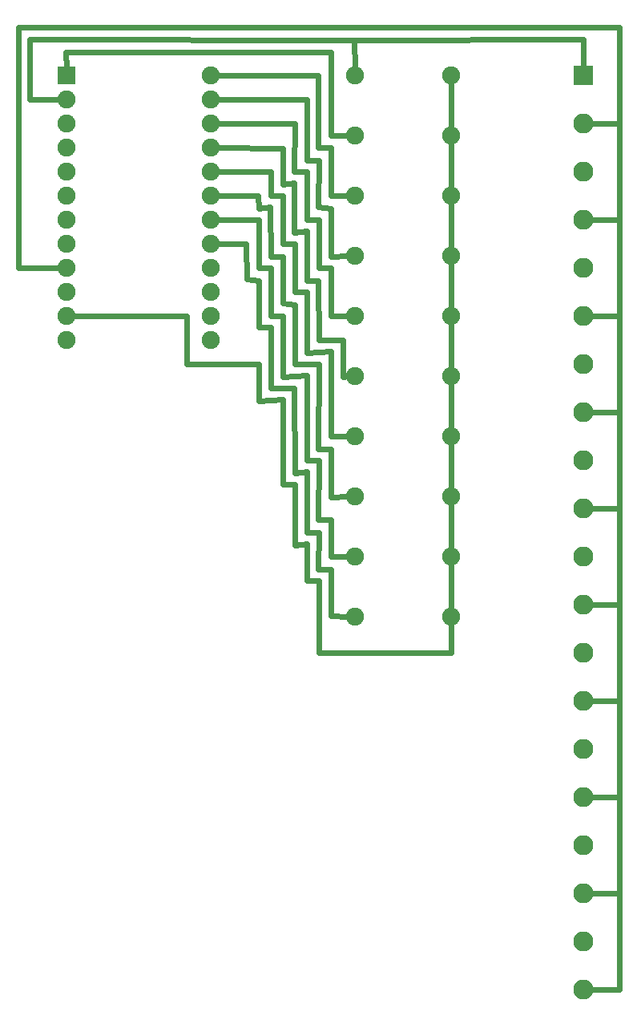
<source format=gbl>
G04 MADE WITH FRITZING*
G04 WWW.FRITZING.ORG*
G04 DOUBLE SIDED*
G04 HOLES PLATED*
G04 CONTOUR ON CENTER OF CONTOUR VECTOR*
%ASAXBY*%
%FSLAX23Y23*%
%MOIN*%
%OFA0B0*%
%SFA1.0B1.0*%
%ADD10C,0.075000*%
%ADD11C,0.083307*%
%ADD12R,0.075000X0.075000*%
%ADD13R,0.083307X0.083307*%
%ADD14C,0.024000*%
%LNCOPPER0*%
G90*
G70*
G54D10*
X460Y4288D03*
X1060Y4288D03*
X460Y4188D03*
X1060Y4188D03*
X460Y4088D03*
X1060Y4088D03*
X460Y3988D03*
X1060Y3988D03*
X460Y3888D03*
X1060Y3888D03*
X460Y3788D03*
X1060Y3788D03*
X460Y3688D03*
X1060Y3688D03*
X460Y3588D03*
X1060Y3588D03*
X460Y3488D03*
X1060Y3488D03*
X460Y3388D03*
X1060Y3388D03*
X460Y3288D03*
X1060Y3288D03*
X460Y3188D03*
X1060Y3188D03*
X1660Y2038D03*
X2060Y2038D03*
X1660Y2288D03*
X2060Y2288D03*
X1660Y2538D03*
X2060Y2538D03*
X1660Y2788D03*
X2060Y2788D03*
X1660Y3038D03*
X2060Y3038D03*
X1660Y3288D03*
X2060Y3288D03*
X1660Y3538D03*
X2060Y3538D03*
X1660Y3788D03*
X2060Y3788D03*
X1660Y4038D03*
X2060Y4038D03*
X1660Y4288D03*
X2060Y4288D03*
G54D11*
X2610Y4288D03*
X2610Y4088D03*
X2610Y3888D03*
X2610Y3688D03*
X2610Y3488D03*
X2610Y3288D03*
X2610Y3088D03*
X2610Y2888D03*
X2610Y2688D03*
X2610Y2488D03*
X2610Y2288D03*
X2610Y2088D03*
X2610Y1888D03*
X2610Y1688D03*
X2610Y1488D03*
X2610Y1288D03*
X2610Y1088D03*
X2610Y888D03*
X2610Y688D03*
X2610Y488D03*
G54D12*
X460Y4288D03*
G54D13*
X2610Y4288D03*
G54D14*
X2060Y4067D02*
X2060Y4259D01*
D02*
X2060Y3817D02*
X2060Y4009D01*
D02*
X2060Y3567D02*
X2060Y3759D01*
D02*
X2060Y3317D02*
X2060Y3509D01*
D02*
X2060Y3067D02*
X2060Y3259D01*
D02*
X2060Y2817D02*
X2060Y3009D01*
D02*
X2060Y2567D02*
X2060Y2759D01*
D02*
X2060Y2317D02*
X2060Y2509D01*
D02*
X2060Y2067D02*
X2060Y2259D01*
D02*
X2060Y1888D02*
X2060Y2009D01*
D02*
X1512Y1888D02*
X2060Y1888D01*
D02*
X1512Y2188D02*
X1512Y1888D01*
D02*
X1460Y2188D02*
X1512Y2188D01*
D02*
X1460Y2340D02*
X1460Y2188D01*
D02*
X1412Y2336D02*
X1460Y2340D01*
D02*
X1412Y2588D02*
X1412Y2336D01*
D02*
X1360Y2588D02*
X1412Y2588D01*
D02*
X1360Y2940D02*
X1360Y2588D01*
D02*
X1260Y2936D02*
X1360Y2940D01*
D02*
X1260Y3088D02*
X1260Y2936D01*
D02*
X960Y3088D02*
X1260Y3088D01*
D02*
X960Y3288D02*
X960Y3088D01*
D02*
X489Y3288D02*
X960Y3288D01*
D02*
X1512Y2388D02*
X1460Y2388D01*
D02*
X1460Y2388D02*
X1460Y2640D01*
D02*
X1508Y2236D02*
X1512Y2388D01*
D02*
X1460Y2640D02*
X1412Y2636D01*
D02*
X1560Y2236D02*
X1508Y2236D01*
D02*
X1412Y2636D02*
X1408Y2988D01*
D02*
X1560Y2040D02*
X1560Y2236D01*
D02*
X1408Y2988D02*
X1312Y2988D01*
D02*
X1632Y2039D02*
X1560Y2040D01*
D02*
X1312Y2988D02*
X1312Y3240D01*
D02*
X1312Y3240D02*
X1260Y3240D01*
D02*
X1260Y3240D02*
X1260Y3436D01*
D02*
X1260Y3436D02*
X1212Y3440D01*
D02*
X1212Y3440D02*
X1208Y3588D01*
D02*
X1208Y3588D02*
X1089Y3588D01*
D02*
X1089Y3688D02*
X1260Y3688D01*
D02*
X1260Y3688D02*
X1260Y3488D01*
D02*
X1260Y3488D02*
X1312Y3488D01*
D02*
X1312Y3488D02*
X1312Y3288D01*
D02*
X1312Y3288D02*
X1360Y3288D01*
D02*
X1360Y3288D02*
X1360Y3036D01*
D02*
X1360Y3036D02*
X1460Y3040D01*
D02*
X1460Y3040D02*
X1460Y2688D01*
D02*
X1460Y2688D02*
X1512Y2688D01*
D02*
X1512Y2688D02*
X1508Y2440D01*
D02*
X1508Y2440D02*
X1560Y2440D01*
D02*
X1560Y2440D02*
X1560Y2288D01*
D02*
X1560Y2288D02*
X1632Y2288D01*
D02*
X1089Y3788D02*
X1259Y3788D01*
D02*
X1259Y3788D02*
X1260Y3736D01*
D02*
X1260Y3736D02*
X1308Y3740D01*
D02*
X1308Y3740D02*
X1312Y3536D01*
D02*
X1312Y3536D02*
X1360Y3536D01*
D02*
X1360Y3536D02*
X1360Y3340D01*
D02*
X1360Y3340D02*
X1412Y3336D01*
D02*
X1412Y3336D02*
X1412Y3088D01*
D02*
X1412Y3088D02*
X1512Y3088D01*
D02*
X1512Y3088D02*
X1508Y2736D01*
D02*
X1508Y2736D02*
X1560Y2736D01*
D02*
X1560Y2736D02*
X1560Y2536D01*
D02*
X1560Y2536D02*
X1632Y2537D01*
D02*
X1089Y3888D02*
X1311Y3887D01*
D02*
X1311Y3887D02*
X1312Y3788D01*
D02*
X1312Y3788D02*
X1360Y3788D01*
D02*
X1360Y3788D02*
X1360Y3588D01*
D02*
X1360Y3588D02*
X1412Y3588D01*
D02*
X1412Y3588D02*
X1412Y3388D01*
D02*
X1412Y3388D02*
X1460Y3388D01*
D02*
X1460Y3388D02*
X1460Y3136D01*
D02*
X1460Y3136D02*
X1560Y3140D01*
D02*
X1560Y3140D02*
X1560Y2788D01*
D02*
X1560Y2788D02*
X1632Y2788D01*
D02*
X1089Y3988D02*
X1362Y3986D01*
D02*
X1362Y3986D02*
X1360Y3836D01*
D02*
X1360Y3836D02*
X1408Y3840D01*
D02*
X1408Y3840D02*
X1408Y3636D01*
D02*
X1408Y3636D02*
X1460Y3640D01*
D02*
X1460Y3640D02*
X1460Y3436D01*
D02*
X1460Y3436D02*
X1508Y3436D01*
D02*
X1508Y3436D02*
X1512Y3188D01*
D02*
X1512Y3188D02*
X1612Y3188D01*
D02*
X1612Y3188D02*
X1612Y3036D01*
D02*
X1612Y3036D02*
X1632Y3037D01*
D02*
X1089Y4088D02*
X1410Y4089D01*
D02*
X1410Y4089D02*
X1408Y3888D01*
D02*
X1408Y3888D02*
X1460Y3888D01*
D02*
X1460Y3888D02*
X1460Y3688D01*
D02*
X1460Y3688D02*
X1512Y3688D01*
D02*
X1512Y3688D02*
X1512Y3488D01*
D02*
X1512Y3488D02*
X1560Y3488D01*
D02*
X1560Y3488D02*
X1560Y3288D01*
D02*
X1560Y3288D02*
X1632Y3288D01*
D02*
X1089Y4188D02*
X1461Y4188D01*
D02*
X1461Y4188D02*
X1460Y3936D01*
D02*
X1460Y3936D02*
X1512Y3936D01*
D02*
X1512Y3936D02*
X1508Y3740D01*
D02*
X1508Y3740D02*
X1560Y3736D01*
D02*
X1560Y3736D02*
X1560Y3536D01*
D02*
X1560Y3536D02*
X1632Y3537D01*
D02*
X1509Y4287D02*
X1089Y4288D01*
D02*
X1508Y3988D02*
X1509Y4287D01*
D02*
X1560Y3988D02*
X1508Y3988D01*
D02*
X1560Y3788D02*
X1560Y3988D01*
D02*
X1632Y3788D02*
X1560Y3788D01*
D02*
X459Y4386D02*
X1560Y4386D01*
D02*
X1560Y4386D02*
X1560Y4038D01*
D02*
X460Y4317D02*
X459Y4386D01*
D02*
X1560Y4038D02*
X1632Y4038D01*
D02*
X309Y4438D02*
X1659Y4436D01*
D02*
X1659Y4436D02*
X1660Y4317D01*
D02*
X309Y4188D02*
X309Y4438D01*
D02*
X1659Y4436D02*
X2610Y4438D01*
D02*
X432Y4188D02*
X309Y4188D01*
D02*
X2610Y4438D02*
X2610Y4321D01*
D02*
X2760Y4488D02*
X260Y4488D01*
D02*
X260Y4488D02*
X260Y3488D01*
D02*
X2760Y4089D02*
X2760Y4488D01*
D02*
X260Y3488D02*
X432Y3488D01*
D02*
X2760Y3687D02*
X2760Y4089D01*
D02*
X2760Y4089D02*
X2643Y4088D01*
D02*
X2760Y3287D02*
X2760Y3687D01*
D02*
X2760Y3687D02*
X2643Y3688D01*
D02*
X2760Y2887D02*
X2760Y3287D01*
D02*
X2760Y3287D02*
X2643Y3288D01*
D02*
X2760Y2487D02*
X2760Y2887D01*
D02*
X2760Y2887D02*
X2643Y2888D01*
D02*
X2760Y2087D02*
X2760Y2487D01*
D02*
X2760Y2487D02*
X2643Y2488D01*
D02*
X2760Y1687D02*
X2760Y2087D01*
D02*
X2760Y2087D02*
X2643Y2088D01*
D02*
X2760Y1289D02*
X2760Y1687D01*
D02*
X2760Y1687D02*
X2643Y1688D01*
D02*
X2760Y887D02*
X2760Y1289D01*
D02*
X2760Y1289D02*
X2643Y1288D01*
D02*
X2760Y489D02*
X2760Y887D01*
D02*
X2760Y887D02*
X2643Y888D01*
D02*
X2643Y488D02*
X2760Y489D01*
G04 End of Copper0*
M02*
</source>
